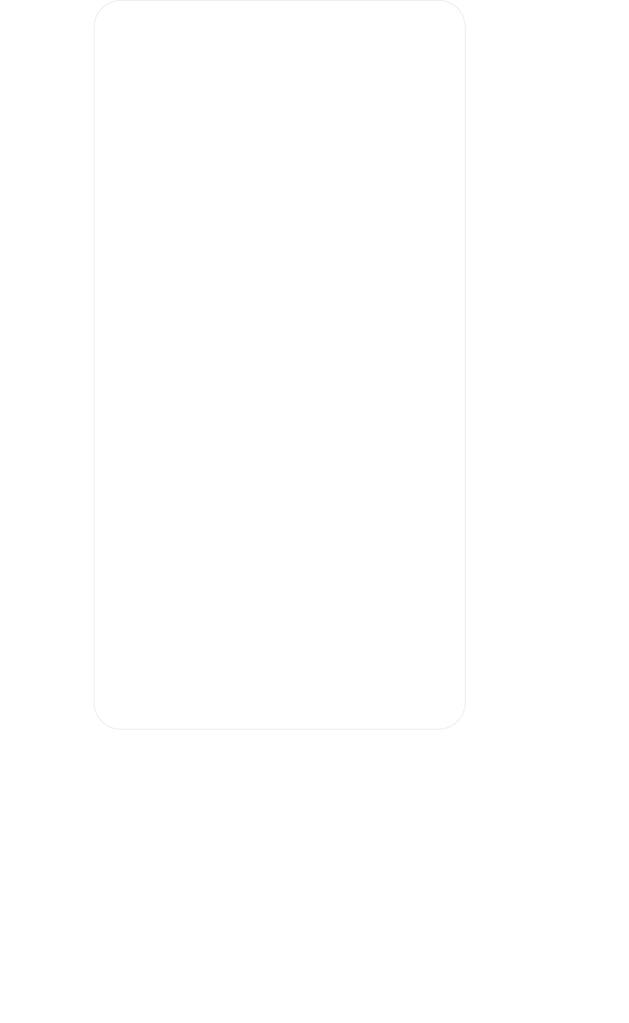
<source format=kicad_pcb>
(kicad_pcb (version 20171130) (host pcbnew 5.1.10)

  (general
    (thickness 1.6)
    (drawings 9)
    (tracks 0)
    (zones 0)
    (modules 4)
    (nets 1)
  )

  (page A4)
  (layers
    (0 F.Cu signal)
    (31 B.Cu signal)
    (32 B.Adhes user)
    (33 F.Adhes user)
    (34 B.Paste user)
    (35 F.Paste user)
    (36 B.SilkS user)
    (37 F.SilkS user)
    (38 B.Mask user)
    (39 F.Mask user)
    (40 Dwgs.User user)
    (41 Cmts.User user)
    (42 Eco1.User user)
    (43 Eco2.User user)
    (44 Edge.Cuts user)
    (45 Margin user)
    (46 B.CrtYd user)
    (47 F.CrtYd user)
    (48 B.Fab user)
    (49 F.Fab user)
  )

  (setup
    (last_trace_width 0.25)
    (trace_clearance 0.2)
    (zone_clearance 0.508)
    (zone_45_only no)
    (trace_min 0.2)
    (via_size 0.8)
    (via_drill 0.4)
    (via_min_size 0.4)
    (via_min_drill 0.3)
    (uvia_size 0.3)
    (uvia_drill 0.1)
    (uvias_allowed no)
    (uvia_min_size 0.2)
    (uvia_min_drill 0.1)
    (edge_width 0.05)
    (segment_width 0.2)
    (pcb_text_width 0.3)
    (pcb_text_size 1.5 1.5)
    (mod_edge_width 0.12)
    (mod_text_size 1 1)
    (mod_text_width 0.15)
    (pad_size 1.524 1.524)
    (pad_drill 0.762)
    (pad_to_mask_clearance 0)
    (aux_axis_origin 0 0)
    (visible_elements FFFFFF7F)
    (pcbplotparams
      (layerselection 0x010fc_ffffffff)
      (usegerberextensions false)
      (usegerberattributes true)
      (usegerberadvancedattributes true)
      (creategerberjobfile true)
      (excludeedgelayer true)
      (linewidth 0.100000)
      (plotframeref false)
      (viasonmask false)
      (mode 1)
      (useauxorigin false)
      (hpglpennumber 1)
      (hpglpenspeed 20)
      (hpglpendiameter 15.000000)
      (psnegative false)
      (psa4output false)
      (plotreference true)
      (plotvalue true)
      (plotinvisibletext false)
      (padsonsilk false)
      (subtractmaskfromsilk false)
      (outputformat 1)
      (mirror false)
      (drillshape 1)
      (scaleselection 1)
      (outputdirectory ""))
  )

  (net 0 "")

  (net_class Default "This is the default net class."
    (clearance 0.2)
    (trace_width 0.25)
    (via_dia 0.8)
    (via_drill 0.4)
    (uvia_dia 0.3)
    (uvia_drill 0.1)
  )

  (module MountingHole:MountingHole_3.2mm_M3_DIN965 locked (layer F.Cu) (tedit 56D1B4CB) (tstamp 61588464)
    (at 73 136)
    (descr "Mounting Hole 3.2mm, no annular, M3, DIN965")
    (tags "mounting hole 3.2mm no annular m3 din965")
    (attr virtual)
    (fp_text reference hole4 (at 0 -3.8) (layer F.SilkS) hide
      (effects (font (size 1 1) (thickness 0.15)))
    )
    (fp_text value MountingHole_3.2mm_M3_DIN965 (at 0 3.8) (layer F.Fab)
      (effects (font (size 1 1) (thickness 0.15)))
    )
    (fp_circle (center 0 0) (end 2.8 0) (layer Cmts.User) (width 0.15))
    (fp_circle (center 0 0) (end 3.05 0) (layer F.CrtYd) (width 0.05))
    (fp_text user %R (at 0.3 0) (layer F.Fab)
      (effects (font (size 1 1) (thickness 0.15)))
    )
    (pad 1 np_thru_hole circle (at 0 0) (size 3.2 3.2) (drill 3.2) (layers *.Cu *.Mask))
  )

  (module MountingHole:MountingHole_3.2mm_M3_DIN965 locked (layer F.Cu) (tedit 56D1B4CB) (tstamp 61587171)
    (at 118 136)
    (descr "Mounting Hole 3.2mm, no annular, M3, DIN965")
    (tags "mounting hole 3.2mm no annular m3 din965")
    (attr virtual)
    (fp_text reference hole3 (at 0 -3.8) (layer F.SilkS) hide
      (effects (font (size 1 1) (thickness 0.15)))
    )
    (fp_text value MountingHole_3.2mm_M3_DIN965 (at 0 3.8) (layer F.Fab)
      (effects (font (size 1 1) (thickness 0.15)))
    )
    (fp_circle (center 0 0) (end 3.05 0) (layer F.CrtYd) (width 0.05))
    (fp_circle (center 0 0) (end 2.8 0) (layer Cmts.User) (width 0.15))
    (fp_text user %R (at 0.3 0) (layer F.Fab)
      (effects (font (size 1 1) (thickness 0.15)))
    )
    (pad 1 np_thru_hole circle (at 0 0) (size 3.2 3.2) (drill 3.2) (layers *.Cu *.Mask))
  )

  (module MountingHole:MountingHole_3.2mm_M3_DIN965 locked (layer F.Cu) (tedit 56D1B4CB) (tstamp 615871C5)
    (at 73 32)
    (descr "Mounting Hole 3.2mm, no annular, M3, DIN965")
    (tags "mounting hole 3.2mm no annular m3 din965")
    (attr virtual)
    (fp_text reference hole1 (at 0 -3.8) (layer F.SilkS) hide
      (effects (font (size 1 1) (thickness 0.15)))
    )
    (fp_text value MountingHole_3.2mm_M3_DIN965 (at 0 3.8) (layer F.Fab)
      (effects (font (size 1 1) (thickness 0.15)))
    )
    (fp_circle (center 0 0) (end 2.8 0) (layer Cmts.User) (width 0.15))
    (fp_circle (center 0 0) (end 3.05 0) (layer F.CrtYd) (width 0.05))
    (fp_text user %R (at 0.3 0) (layer F.Fab)
      (effects (font (size 1 1) (thickness 0.15)))
    )
    (pad 1 np_thru_hole circle (at 0 0) (size 3.2 3.2) (drill 3.2) (layers *.Cu *.Mask))
  )

  (module MountingHole:MountingHole_3.2mm_M3_DIN965 locked (layer F.Cu) (tedit 56D1B4CB) (tstamp 61588599)
    (at 118 32)
    (descr "Mounting Hole 3.2mm, no annular, M3, DIN965")
    (tags "mounting hole 3.2mm no annular m3 din965")
    (attr virtual)
    (fp_text reference hole2 (at 0 -3.8) (layer F.SilkS) hide
      (effects (font (size 1 1) (thickness 0.15)))
    )
    (fp_text value MountingHole_3.2mm_M3_DIN965 (at 0 3.8) (layer F.Fab)
      (effects (font (size 1 1) (thickness 0.15)))
    )
    (fp_circle (center 0 0) (end 3.05 0) (layer F.CrtYd) (width 0.05))
    (fp_circle (center 0 0) (end 2.8 0) (layer Cmts.User) (width 0.15))
    (fp_text user %R (at 0.3 0) (layer F.Fab)
      (effects (font (size 1 1) (thickness 0.15)))
    )
    (pad 1 np_thru_hole circle (at 0 0) (size 3.2 3.2) (drill 3.2) (layers *.Cu *.Mask))
  )

  (gr_line (start 71.5 29) (end 119.5 29) (layer Edge.Cuts) (width 0.05) (tstamp 61588974))
  (gr_line (start 119.5 139) (end 71.5 139) (layer Edge.Cuts) (width 0.05) (tstamp 61588973))
  (gr_arc (start 119.5 135) (end 119.5 139) (angle -90) (layer Edge.Cuts) (width 0.05) (tstamp 61584998))
  (gr_arc (start 71.5 135) (end 67.5 135) (angle -90) (layer Edge.Cuts) (width 0.05) (tstamp 61584997))
  (gr_arc (start 71.5 33) (end 71.5 29) (angle -90) (layer Edge.Cuts) (width 0.05) (tstamp 61584996))
  (gr_arc (start 119.5 33) (end 123.5 33) (angle -90) (layer Edge.Cuts) (width 0.05) (tstamp 61584995))
  (gr_line (start 123.5 135) (end 123.5 33) (layer Edge.Cuts) (width 0.05) (tstamp 61584992))
  (gr_line (start 67.5 33) (end 67.5 135) (layer Edge.Cuts) (width 0.05) (tstamp 61584991))
  (gr_text "Copyright (c) 2021 Florian Jung.\n\nThis source describes Open Hardware and is licensed under the CERN-OHL-S v2.\n\nYou may redistribute and modify this source and make products using it under\nthe terms of the CERN-OHL-S v2 (https://ohwr.org/cern_ohl_s_v2.txt).\n\nThis source is distributed WITHOUT ANY EXPRESS OR IMPLIED WARRANTY,\nINCLUDING OF MERCHANTABILITY, SATISFACTORY QUALITY AND FITNESS FOR A\nPARTICULAR PURPOSE. Please see the CERN-OHL-S v2 for applicable conditions.\n\nSource location: https://github.com/Windfisch/midikraken\n\nAs per CERN-OHL-S v2 section 4, should You produce hardware based on this\nsource, You must where practicable maintain the Source Location visible\non the external case of the Gizmo or other products you make using this\ns" (at 53.3 162.9) (layer Cmts.User) (tstamp 61584977)
    (effects (font (size 1.5 1.5) (thickness 0.15)) (justify left))
  )

)

</source>
